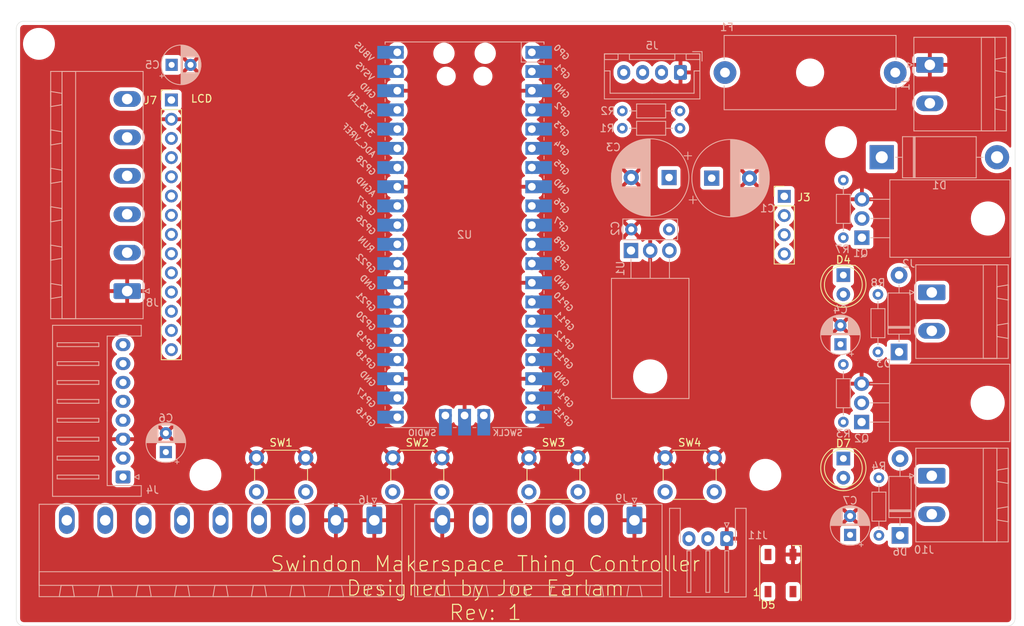
<source format=kicad_pcb>
(kicad_pcb (version 20211014) (generator pcbnew)
  (layers (0 "F.Cu" signal) (31 "B.Cu" signal) (34 "B.Paste" user) (35 "F.Paste" user) (36 "B.SilkS" user "B.Silkscreen") (37 "F.SilkS" user "F.Silkscreen") (38 "B.Mask" user) (39 "F.Mask" user) (44 "Edge.Cuts" user))
  (net 0 "")
  (net 1 "GND")
  (net 2 "+24V")
  (net 3 "+3V3")
  (net 4 "Net-(D1-Pad2)")
  (net 5 "Net-(D1-Pad1)")
  (net 6 "Net-(D3-Pad2)")
  (net 7 "Net-(D4-Pad2)")
  (net 8 "Net-(D5-Pad2)")
  (net 9 "/NEOPIXEL")
  (net 10 "/SDA")
  (net 11 "Net-(Q1-Pad1)")
  (net 12 "+5V")
  (net 13 "Net-(D6-Pad2)")
  (net 14 "/SCL")
  (net 15 "Net-(D7-Pad2)")
  (net 16 "/SPI_CS_SD")
  (net 17 "/SPI_TX")
  (net 18 "/SPI_RX")
  (net 19 "/SPI_CLK")
  (net 20 "/NFC_RST")
  (net 21 "/NFC_IRQ")
  (net 22 "/SPI_SCK")
  (net 23 "/SPI_CS_NFC")
  (net 24 "/D15")
  (net 25 "/D14")
  (net 26 "/ADC_1")
  (net 27 "/ADC_0")
  (net 28 "/SPI_CS_LCD")
  (net 29 "/LCD_RST")
  (net 30 "/LCD_DC{slash}RS")
  (net 31 "/LCD_BACKLIGHT")
  (net 32 "/SPI_CS_TCH")
  (net 33 "/TCH_IRQ")
  (net 34 "/BUT_3")
  (net 35 "/BUT_2")
  (net 36 "/BUT_1")
  (net 37 "/BUT_0")
  (net 38 "Net-(Q2-Pad1)")
  (net 39 "/COIL_1")
  (net 40 "/COIL_0")
  (net 42 "/ADC_2")
  (footprint "LED_THT:LED_D5.0mm" (layer "F.Cu") (at 170.307 61.59 -90)
    (fp_text reference "D4" (at -2.027 0 180) (layer "F.SilkS"))
    (fp_text value "RED")
    (pad "1" thru_hole rect (at 0 0 270) (size 1.8 1.8) (drill 0.9) (layers *.Cu *.Mask) (net 6 "Net-(D3-Pad2)"))
    (pad "2" thru_hole circle (at 2.54 0 270) (size 1.8 1.8) (drill 0.9) (layers *.Cu *.Mask) (net 7 "Net-(D4-Pad2)"))
  )
  (footprint "Button_Switch_THT:SW_PUSH_6mm_H7.3mm" (layer "F.Cu") (at 92.75 85.75)
    (fp_text reference "SW1" (at 3.25 -2) (layer "F.SilkS"))
    (fp_text value "6X6")
    (pad "1" thru_hole circle (at 0 0 90) (size 2 2) (drill 1.1) (layers *.Cu *.Mask) (net 1 "GND"))
    (pad "1" thru_hole circle (at 6.5 0 90) (size 2 2) (drill 1.1) (layers *.Cu *.Mask) (net 1 "GND"))
    (pad "2" thru_hole circle (at 6.5 4.5 90) (size 2 2) (drill 1.1) (layers *.Cu *.Mask) (net 37 "/BUT_0"))
    (pad "2" thru_hole circle (at 0 4.5 90) (size 2 2) (drill 1.1) (layers *.Cu *.Mask) (net 37 "/BUT_0"))
  )
  (footprint "LED_SMD:LED_WS2812B_PLCC4_5.0x5.0mm_P3.2mm" (layer "F.Cu") (at 162 101 90)
    (fp_text reference "D5" (at -4.191 -1.651 180) (layer "F.SilkS"))
    (fp_text value "WS2812B")
    (fp_text user "1" (at -2.54 -3.175 180) (layer "F.SilkS"))
    (pad "1" smd rect (at -2.45 -1.65 90) (size 1.5 0.9) (layers "F.Cu" "F.Paste" "F.Mask") (net 3 "+3V3"))
    (pad "2" smd rect (at -2.45 1.65 90) (size 1.5 0.9) (layers "F.Cu" "F.Paste" "F.Mask") (net 8 "Net-(D5-Pad2)"))
    (pad "3" smd rect (at 2.45 1.65 90) (size 1.5 0.9) (layers "F.Cu" "F.Paste" "F.Mask") (net 1 "GND"))
    (pad "4" smd rect (at 2.45 -1.65 90) (size 1.5 0.9) (layers "F.Cu" "F.Paste" "F.Mask") (net 9 "/NEOPIXEL"))
  )
  (footprint "LED_THT:LED_D5.0mm" (layer "F.Cu") (at 170.307 85.847 -90)
    (fp_text reference "D7" (at -2 0) (layer "F.SilkS"))
    (fp_text value "RED")
    (pad "1" thru_hole rect (at 0 0 270) (size 1.8 1.8) (drill 0.9) (layers *.Cu *.Mask) (net 13 "Net-(D6-Pad2)"))
    (pad "2" thru_hole circle (at 2.54 0 270) (size 1.8 1.8) (drill 0.9) (layers *.Cu *.Mask) (net 15 "Net-(D7-Pad2)"))
  )
  (footprint "MountingHole:MountingHole_3.2mm_M3" (layer "F.Cu") (at 170 44)
    (fp_text reference "H1" hide)
    (fp_text value "MountingHole")
    (pad "" np_thru_hole circle (at 0 0) (size 3.2 3.2) (drill 3.2) (layers *.Cu *.Mask))
  )
  (footprint "MountingHole:MountingHole_3.2mm_M3" (layer "F.Cu") (at 160 88)
    (fp_text reference "H3" hide)
    (fp_text value "MountingHole")
    (pad "" np_thru_hole circle (at 0 0) (size 3.2 3.2) (drill 3.2) (layers *.Cu *.Mask))
  )
  (footprint "MountingHole:MountingHole_3.2mm_M3" (layer "F.Cu") (at 86 88)
    (fp_text reference "H4" hide)
    (fp_text value "MountingHole")
    (pad "" np_thru_hole circle (at 0 0) (size 3.2 3.2) (drill 3.2) (layers *.Cu *.Mask))
  )
  (footprint "Button_Switch_THT:SW_PUSH_6mm_H7.3mm" (layer "F.Cu") (at 128.75 85.75)
    (fp_text reference "SW3" (at 3.25 -2) (layer "F.SilkS"))
    (fp_text value "6X6")
    (pad "1" thru_hole circle (at 0 0 90) (size 2 2) (drill 1.1) (layers *.Cu *.Mask) (net 1 "GND"))
    (pad "1" thru_hole circle (at 6.5 0 90) (size 2 2) (drill 1.1) (layers *.Cu *.Mask) (net 1 "GND"))
    (pad "2" thru_hole circle (at 0 4.5 90) (size 2 2) (drill 1.1) (layers *.Cu *.Mask) (net 35 "/BUT_2"))
    (pad "2" thru_hole circle (at 6.5 4.5 90) (size 2 2) (drill 1.1) (layers *.Cu *.Mask) (net 35 "/BUT_2"))
  )
  (footprint "MountingHole:MountingHole_3.2mm_M3" (layer "F.Cu") (at 64 31)
    (fp_text reference "H2" hide)
    (fp_text value "MountingHole")
    (pad "" np_thru_hole circle (at 0 0) (size 3.2 3.2) (drill 3.2) (layers *.Cu *.Mask))
  )
  (footprint "Connector_PinHeader_2.54mm:PinHeader_1x14_P2.54mm_Vertical" (layer "F.Cu") (at 81.5 38.43)
    (fp_text reference "J7" (at -2.76 0.051) (layer "F.SilkS"))
    (fp_text value "LCD")
    (pad "1" thru_hole rect locked (at 0 0) (size 1.7 1.7) (drill 1) (layers *.Cu *.Mask) (net 3 "+3V3"))
    (pad "2" thru_hole oval locked (at 0 2.54) (size 1.7 1.7) (drill 1) (layers *.Cu *.Mask) (net 1 "GND"))
    (pad "3" thru_hole oval locked (at 0 5.08) (size 1.7 1.7) (drill 1) (layers *.Cu *.Mask) (net 28 "/SPI_CS_LCD"))
    (pad "4" thru_hole oval locked (at 0 7.62) (size 1.7 1.7) (drill 1) (layers *.Cu *.Mask) (net 29 "/LCD_RST"))
    (pad "5" thru_hole oval locked (at 0 10.16) (size 1.7 1.7) (drill 1) (layers *.Cu *.Mask) (net 30 "/LCD_DC{slash}RS"))
    (pad "6" thru_hole oval locked (at 0 12.7) (size 1.7 1.7) (drill 1) (layers *.Cu *.Mask) (net 17 "/SPI_TX"))
    (pad "7" thru_hole oval locked (at 0 15.24) (size 1.7 1.7) (drill 1) (layers *.Cu *.Mask) (net 22 "/SPI_SCK"))
    (pad "8" thru_hole oval locked (at 0 17.78) (size 1.7 1.7) (drill 1) (layers *.Cu *.Mask) (net 31 "/LCD_BACKLIGHT"))
    (pad "9" thru_hole oval locked (at 0 20.32) (size 1.7 1.7) (drill 1) (layers *.Cu *.Mask) (net 18 "/SPI_RX"))
    (pad "10" thru_hole oval locked (at 0 22.86) (size 1.7 1.7) (drill 1) (layers *.Cu *.Mask) (net 22 "/SPI_SCK"))
    (pad "11" thru_hole oval locked (at 0 25.4) (size 1.7 1.7) (drill 1) (layers *.Cu *.Mask) (net 32 "/SPI_CS_TCH"))
    (pad "12" thru_hole oval locked (at 0 27.94) (size 1.7 1.7) (drill 1) (layers *.Cu *.Mask) (net 17 "/SPI_TX"))
    (pad "13" thru_hole oval locked (at 0 30.48) (size 1.7 1.7) (drill 1) (layers *.Cu *.Mask) (net 18 "/SPI_RX"))
    (pad "14" thru_hole oval locked (at 0 33.02) (size 1.7 1.7) (drill 1) (layers *.Cu *.Mask) (net 33 "/TCH_IRQ"))
  )
  (footprint "Button_Switch_THT:SW_PUSH_6mm_H7.3mm" (layer "F.Cu") (at 146.75 85.75)
    (fp_text reference "SW4" (at 3.25 -2) (layer "F.SilkS"))
    (fp_text value "6X6")
    (pad "1" thru_hole circle (at 6.5 0 90) (size 2 2) (drill 1.1) (layers *.Cu *.Mask) (net 1 "GND"))
    (pad "1" thru_hole circle (at 0 0 90) (size 2 2) (drill 1.1) (layers *.Cu *.Mask) (net 1 "GND"))
    (pad "2" thru_hole circle (at 6.5 4.5 90) (size 2 2) (drill 1.1) (layers *.Cu *.Mask) (net 34 "/BUT_3"))
    (pad "2" thru_hole circle (at 0 4.5 90) (size 2 2) (drill 1.1) (layers *.Cu *.Mask) (net 34 "/BUT_3"))
  )
  (footprint "Connector_PinHeader_2.54mm:PinHeader_1x04_P2.54mm_Vertical" (layer "F.Cu") (at 162.5 51.17)
    (fp_text reference "J3" (at 2.6 0.138) (layer "F.SilkS"))
    (fp_text value "SD")
    (pad "1" thru_hole rect locked (at 0 0) (size 1.7 1.7) (drill 1) (layers *.Cu *.Mask) (net 16 "/SPI_CS_SD"))
    (pad "2" thru_hole oval locked (at 0 2.54) (size 1.7 1.7) (drill 1) (layers *.Cu *.Mask) (net 17 "/SPI_TX"))
    (pad "3" thru_hole oval locked (at 0 5.08) (size 1.7 1.7) (drill 1) (layers *.Cu *.Mask) (net 18 "/SPI_RX"))
    (pad "4" thru_hole oval locked (at 0 7.62) (size 1.7 1.7) (drill 1) (layers *.Cu *.Mask) (net 19 "/SPI_CLK"))
  )
  (footprint "Button_Switch_THT:SW_PUSH_6mm_H7.3mm" (layer "F.Cu") (at 110.75 85.75)
    (fp_text reference "SW2" (at 3.25 -2) (layer "F.SilkS"))
    (fp_text value "6X6")
    (pad "1" thru_hole circle (at 0 0 90) (size 2 2) (drill 1.1) (layers *.Cu *.Mask) (net 1 "GND"))
    (pad "1" thru_hole circle (at 6.5 0 90) (size 2 2) (drill 1.1) (layers *.Cu *.Mask) (net 1 "GND"))
    (pad "2" thru_hole circle (at 6.5 4.5 90) (size 2 2) (drill 1.1) (layers *.Cu *.Mask) (net 36 "/BUT_1"))
    (pad "2" thru_hole circle (at 0 4.5 90) (size 2 2) (drill 1.1) (layers *.Cu *.Mask) (net 36 "/BUT_1"))
  )
  (footprint "Connector_Phoenix_MSTB:PhoenixContact_MSTBA_2,5_6-G-5,08_1x06_P5.08mm_Horizontal" (layer "B.Cu") (at 75.6595 63.7 90)
    (fp_text reference "J8" (at -1.53 3.3345 180) (layer "B.SilkS") (effects (justify mirror)))
    (fp_text value "Screw_Terminal_01x06")
    (pad "1" thru_hole roundrect (at 0 0 90) (size 2.08 3.6) (drill 1.4) (layers *.Cu *.Mask) (roundrect_rratio 0.120192) (net 1 "GND"))
    (pad "2" thru_hole oval (at 5.08 0 90) (size 2.08 3.6) (drill 1.4) (layers *.Cu *.Mask) (net 22 "/SPI_SCK"))
    (pad "3" thru_hole oval (at 10.16 0 90) (size 2.08 3.6) (drill 1.4) (layers *.Cu *.Mask) (net 18 "/SPI_RX"))
    (pad "4" thru_hole oval (at 15.24 0 90) (size 2.08 3.6) (drill 1.4) (layers *.Cu *.Mask) (net 17 "/SPI_TX"))
    (pad "5" thru_hole oval (at 20.32 0 90) (size 2.08 3.6) (drill 1.4) (layers *.Cu *.Mask) (net 25 "/D14"))
    (pad "6" thru_hole oval (at 25.4 0 90) (size 2.08 3.6) (drill 1.4) (layers *.Cu *.Mask) (net 3 "+3V3"))
  )
  (footprint "custom:RPi_Pico_SMD_TH" (layer "B.Cu") (at 120.25 56.25 180)
    (fp_text reference "U2" (at 0 0) (layer "B.SilkS") (effects (justify mirror)))
    (fp_text value "Pico")
    (fp_text user "3V3" (at 12.9 13.9 135) (layer "B.SilkS") (effects (font (size 0.8 0.8)) (justify mirror)))
    (fp_text user "GP17" (at 13.054 -21.59 135) (layer "B.SilkS") (effects (font (size 0.8 0.8)) (justify mirror)))
    (fp_text user "GP19" (at 13.054 -13.97 135) (layer "B.SilkS") (effects (font (size 0.8 0.8)) (justify mirror)))
    (fp_text user "GP20" (at 13.054 -11.43 135) (layer "B.SilkS") (effects (font (size 0.8 0.8)) (justify mirror)))
    (fp_text user "AGND" (at 13.054 6.35 135) (layer "B.SilkS") (effects (font (size 0.8 0.8)) (justify mirror)))
    (fp_text user "GP10" (at -13.054 -8.89 135) (layer "B.SilkS") (effects (font (size 0.8 0.8)) (justify mirror)))
    (fp_text user "GND" (at -12.8 -19.05 135) (layer "B.SilkS") (effects (font (size 0.8 0.8)) (justify mirror)))
    (fp_text user "GP14" (at -13.1 -21.59 135) (layer "B.SilkS") (effects (font (size 0.8 0.8)) (justify mirror)))
    (fp_text user "GP11" (at -13.2 -11.43 135) (layer "B.SilkS") (effects (font (size 0.8 0.8)) (justify mirror)))
    (fp_text user "GP28" (at 13.054 9.144 135) (layer "B.SilkS") (effects (font (size 0.8 0.8)) (justify mirror)))
    (fp_text user "GP21" (at 13.054 -8.9 135) (layer "B.SilkS") (effects (font (size 0.8 0.8)) (justify mirror)))
    (fp_text user "GP7" (at -12.7 1.3 135) (layer "B.SilkS") (effects (font (size 0.8 0.8)) (justify mirror)))
    (fp_text user "GP22" (at 13.054 -3.81 135) (layer "B.SilkS") (effects (font (size 0.8 0.8)) (justify mirror)))
    (fp_text user "VBUS" (at 13.3 24.2 135) (layer "B.SilkS") (effects (font (size 0.8 0.8)) (justify mirror)))
    (fp_text user "GND" (at -12.8 6.35 135) (layer "B.SilkS") (effects (font (size 0.8 0.8)) (justify mirror)))
    (fp_text user "GP9" (at -12.8 -3.81 135) (layer "B.SilkS") (effects (font (size 0.8 0.8)) (justify mirror)))
    (fp_text user "GP8" (at -12.8 -1.27 135) (layer "B.SilkS") (effects (font (size 0.8 0.8)) (justify mirror)))
    (fp_text user "VSYS" (at 13.2 21.59 135) (layer "B.SilkS") (effects (font (size 0.8 0.8)) (justify mirror)))
    (fp_text user "GP26" (at 13.054 1.27 135) (layer "B.SilkS") (effects (font (size 0.8 0.8)) (justify mirror)))
    (fp_text user "GP15" (at -13.054 -24.13 135) (layer "B.SilkS") (effects (font (size 0.8 0.8)) (justify mirror)))
    (fp_text user "GP5" (at -12.8 8.89 135) (layer "B.SilkS") (effects (font (size 0.8 0.8)) (justify mirror)))
    (fp_text user "GP4" (at -12.8 11.43 135) (layer "B.SilkS") (effects (font (size 0.8 0.8)) (justify mirror)))
    (fp_text user "GND" (at 12.8 -6.35 135) (layer "B.SilkS") (effects (font (size 0.8 0.8)) (justify mirror)))
    (fp_text user "GP27" (at 13.054 3.8 135) (layer "B.SilkS") (effects (font (size 0.8 0.8)) (justify mirror)))
    (fp_text user "GP13" (at -13.054 -16.51 135) (layer "B.SilkS") (effects (font (size 0.8 0.8)) (justify mirror)))
    (fp_text user "GP12" (at -13.2 -13.97 135) (layer "B.SilkS") (effects (font (size 0.8 0.8)) (justify mirror)))
    (fp_text user "SWDIO" (at 5.6 -26.2) (layer "B.SilkS") (effects (font (size 0.8 0.8)) (justify mirror)))
    (fp_text user "GND" (at 12.8 -19.05 135) (layer "B.SilkS") (effects (font (size 0.8 0.8)) (justify mirror)))
    (fp_text user "3V3_EN" (at 13.7 17.2 135) (layer "B.SilkS") (effects (font (size 0.8 0.8)) (justify mirror)))
    (fp_text user "GND" (at 12.8 19.05 135) (layer "B.SilkS") (effects (font (size 0.8 0.8)) (justify mirror)))
    (fp_text user "GND" (at -12.8 -6.35 135) (layer "B.SilkS") (effects (font (size 0.8 0.8)) (justify mirror)))
    (fp_text user "GP18" (at 13.054 -16.51 135) (layer "B.SilkS") (effects (font (size 0.8 0.8)) (justify mirror)))
    (fp_text user "GP16" (at 13.054 -24.13 135) (layer "B.SilkS") (effects (font (size 0.8 0.8)) (justify mirror)))
    (fp_text user "GP1" (at -12.9 21.6 135) (layer "B.SilkS") (effects (font (size 0.8 0.8)) (justify mirror)))
    (fp_text user "GP2" (at -12.9 16.51 135) (layer "B.SilkS") (effects (font (size 0.8 0.8)) (justify mirror)))
    (fp_text user "ADC_VREF" (at 14 12.5 135) (layer "B.SilkS") (effects (font (size 0.8 0.8)) (justify mirror)))
    (fp_text user "GP0" (at -12.8 24.13 135) (layer "B.SilkS") (effects (font (size 0.8 0.8)) (justify mirror)))
    (fp_text user "SWCLK" (at -5.7 -26.2) (layer "B.SilkS") (effects (font (size 0.8 0.8)) (justify mirror)))
    (fp_text user "GND" (at -12.8 19.05 135) (layer "B.SilkS") (effects (font (size 0.8 0.8)) (justify mirror)))
    (fp_text user "GP3" (at -12.8 13.97 135) (layer "B.SilkS") (effects (font (size 0.8 0.8)) (justify mirror)))
    (fp_text user "RUN" (at 13 -1.27 135) (layer "B.SilkS") (effects (font (size 0.8 0.8)) (justify mirror)))
    (fp_text user "GP6" (at -12.8 3.81 135) (layer "B.SilkS") (effects (font (size 0.8 0.8)) (justify mirror)))
    (pad "" np_thru_hole oval (at 2.725 24 180) (size 1.8 1.8) (drill 1.8) (layers *.Cu *.Mask))
    (pad "" np_thru_hole oval (at 2.425 20.97 180) (size 1.5 1.5) (drill 1.5) (layers *.Cu *.Mask))
    (pad "" np_thru_hole oval (at -2.425 20.97 180) (size 1.5 1.5) (drill 1.5) (layers *.Cu *.Mask))
    (pad "" np_thru_hole oval (at -2.725 24 180) (size 1.8 1.8) (drill 1.8) (layers *.Cu *.Mask))
    (pad "1" thru_hole oval (at -8.89 24.13 180) (size 1.7 1.7) (drill 1.02) (layers *.Cu *.Mask) (net 37 "/BUT_0"))
    (pad "1" smd rect (at -8.89 24.13 180) (size 3.5 1.7) (drill (offset -0.9 0)) (layers "B.Cu" "B.Mask") (net 37 "/BUT_0"))
    (pad "2" smd rect (at -8.89 21.59 180) (size 3.5 1.7) (drill (offset -0.9 0)) (layers "B.Cu" "B.Mask") (net 36 "/BUT_1"))
    (pad "2" thru_hole oval (at -8.89 21.59 180) (size 1.7 1.7) (drill 1.02) (layers *.Cu *.Mask) (net 36 "/BUT_1"))
    (pad "3" smd rect (at -8.89 19.05 180) (size 3.5 1.7) (drill (offset -0.9 0)) (layers "B.Cu" "B.Mask") (net 1 "GND"))
    (pad "3" thru_hole rect (at -8.89 19.05 180) (size 1.7 1.7) (drill 1.02) (layers *.Cu *.Mask) (net 1 "GND"))
    (pad "4" smd rect (at -8.89 16.51 180) (size 3.5 1.7) (drill (offset -0.9 0)) (layers "B.Cu" "B.Mask") (net 35 "/BUT_2"))
    (pad "4" thru_hole oval (at -8.89 16.51 180) (size 1.7 1.7) (drill 1.02) (layers *.Cu *.Mask) (net 35 "/BUT_2"))
    (pad "5" thru_hole oval (at -8.89 13.97 180) (size 1.7 1.7) (drill 1.02) (layers *.Cu *.Mask) (net 34 "/BUT_3"))
    (pad "5" smd rect (at -8.89 13.97 180) (size 3.5 1.7) (drill (offset -0.9 0)) (layers "B.Cu" "B.Mask") (net 34 "/BUT_3"))
    (pad "6" thru_hole oval (at -8.89 11.43 180) (size 1.7 1.7) (drill 1.02) (layers *.Cu *.Mask) (net 10 "/SDA"))
    (pad "6" smd rect (at -8.89 11.43 180) (size 3.5 1.7) (drill (offset -0.9 0)) (layers "B.Cu" "B.Mask") (net 10 "/SDA"))
    (pad "7" thru_hole oval (at -8.89 8.89 180) (size 1.7 1.7) (drill 1.02) (layers *.Cu *.Mask) (net 14 "/SCL"))
    (pad "7" smd rect (at -8.89 8.89 180) (size 3.5 1.7) (drill (offset -0.9 0)) (layers "B.Cu" "B.Mask") (net 14 "/SCL"))
    (pad "8" smd rect (at -8.89 6.35 180) (size 3.5 1.7) (drill (offset -0.9 0)) (layers "B.Cu" "B.Mask") (net 1 "GND"))
    (pad "8" thru_hole rect (at -8.89 6.35 180) (size 1.7 1.7) (drill 1.02) (layers *.Cu *.Mask) (net 1 "GND"))
    (pad "9" thru_hole oval (at -8.89 3.81 180) (size 1.7 1.7) (drill 1.02) (layers *.Cu *.Mask) (net 32 "/SPI_CS_TCH"))
    (pad "9" smd rect (at -8.89 3.81 180) (size 3.5 1.7) (drill (offset -0.9 0)) (layers "B.Cu" "B.Mask") (net 32 "/SPI_CS_TCH"))
    (pad "10" thru_hole oval (at -8.89 1.27 180) (size 1.7 1.7) (drill 1.02) (layers *.Cu *.Mask) (net 33 "/TCH_IRQ"))
    (pad "10" smd rect (at -8.89 1.27 180) (size 3.5 1.7) (drill (offset -0.9 0)) (layers "B.Cu" "B.Mask") (net 33 "/TCH_IRQ"))
    (pad "11" thru_hole oval (at -8.89 -1.27 180) (size 1.7 1.7) (drill 1.02) (layers *.Cu *.Mask) (net 29 "/LCD_RST"))
    (pad "11" smd rect (at -8.89 -1.27 180) (size 3.5 1.7) (drill (offset -0.9 0)) (layers "B.Cu" "B.Mask") (net 29 "/LCD_RST"))
    (pad "12" thru_hole oval (at -8.89 -3.81 180) (size 1.7 1.7) (drill 1.02) (layers *.Cu *.Mask) (net 30 "/LCD_DC{slash}RS"))
    (pad "12" smd rect (at -8.89 -3.81 180) (size 3.5 1.7) (drill (offset -0.9 0)) (layers "B.Cu" "B.Mask") (net 30 "/LCD_DC{slash}RS"))
    (pad "13" thru_hole rect (at -8.89 -6.35 180) (size 1.7 1.7) (drill 1.02) (layers *.Cu *.Mask) (net 1 "GND"))
    (pad "13" smd rect (at -8.89 -6.35 180) (size 3.5 1.7) (drill (offset -0.9 0)) (layers "B.Cu" "B.Mask") (net 1 "GND"))
    (pad "14" thru_hole oval (at -8.89 -8.89 180) (size 1.7 1.7) (drill 1.02) (layers *.Cu *.Mask) (net 31 "/LCD_BACKLIGHT"))
    (pad "14" smd rect (at -8.89 -8.89 180) (size 3.5 1.7) (drill (offset -0.9 0)) (layers "B.Cu" "B.Mask") (net 31 "/LCD_BACKLIGHT"))
    (pad "15" thru_hole oval (at -8.89 -11.43 180) (size 1.7 1.7) (drill 1.02) (layers *.Cu *.Mask) (net 21 "/NFC_IRQ"))
    (pad "15" smd rect (at -8.89 -11.43 180) (size 3.5 1.7) (drill (offset -0.9 0)) (layers "B.Cu" "B.Mask") (net 21 "/NFC_IRQ"))
    (pad "16" smd rect (at -8.89 -13.97 180) (size 3.5 1.7) (drill (offset -0.9 0)) (layers "B.Cu" "B.Mask") (net 40 "/COIL_0"))
    (pad "16" thru_hole oval (at -8.89 -13.97 180) (size 1.7 1.7) (drill 1.02) (layers *.Cu *.Mask) (net 40 "/COIL_0"))
    (pad "17" thru_hole oval (at -8.89 -16.51 180) (size 1.7 1.7) (drill 1.02) (layers *.Cu *.Mask) (net 39 "/COIL_1"))
    (pad "17" smd rect (at -8.89 -16.51 180) (size 3.5 1.7) (drill (offset -0.9 0)) (layers "B.Cu" "B.Mask") (net 39 "/COIL_1"))
    (pad "18" smd rect (at -8.89 -19.05 180) (size 3.5 1.7) (drill (offset -0.9 0)) (layers "B.Cu" "B.Mask") (net 1 "GND"))
    (pad "18" thru_hole rect (at -8.89 -19.05 180) (size 1.7 1.7) (drill 1.02) (layers *.Cu *.Mask) (net 1 "GND"))
    (pad "19" smd rect (at -8.89 -21.59 180) (size 3.5 1.7) (drill (offset -0.9 0)) (layers "B.Cu" "B.Mask") (net 25 "/D14"))
    (pad "19" thru_hole oval (at -8.89 -21.59 180) (size 1.7 1.7) (drill 1.02) (layers *.Cu *.Mask) (net 25 "/D14"))
    (pad "20" thru_hole oval (at -8.89 -24.13 180) (size 1.7 1.7) (drill 1.02) (layers *.Cu *.Mask) (net 24 "/D15"))
    (pad "20" smd rect (at -8.89 -24.13 180) (size 3.5 1.7) (drill (offset -0.9 0)) (layers "B.Cu" "B.Mask") (net 24 "/D15"))
    (pad "21" smd rect (at 8.89 -24.13 180) (size 3.5 1.7) (drill (offset 0.9 0)) (layers "B.Cu" "B.Mask") (net 18 "/SPI_RX"))
    (pad "21" thru_hole oval (at 8.89 -24.13 180) (size 1.7 1.7) (drill 1.02) (layers *.Cu *.Mask) (net 18 "/SPI_RX"))
    (pad "22" smd rect (at 8.89 -21.59 180) (size 3.5 1.7) (drill (offset 0.9 0)) (layers "B.Cu" "B.Mask") (net 28 "/SPI_CS_LCD"))
    (pad "22" thru_hole oval (at 8.89 -21.59 180) (size 1.7 1.7) (drill 1.02) (layers *.Cu *.Mask) (net 28 "/SPI_CS_LCD"))
    (pad "23" thru_hole rect (at 8.89 -19.05 180) (size 1.7 1.7) (drill 1.02) (layers *.Cu *.Mask) (net 1 "GND"))
    (pad "23" smd rect (at 8.89 -19.05 180) (size 3.5 1.7) (drill (offset 0.9 0)) (layers "B.Cu" "B.Mask") (net 1 "GND"))
    (pad "24" smd rect (at 8.89 -16.51 180) (size 3.5 1.7) (drill (offset 0.9 0)) (layers "B.Cu" "B.Mask") (net 22 "/SPI_SCK"))
    (pad "24" thru_hole oval (at 8.89 -16.51 180) (size 1.7 1.7) (drill 1.02) (layers *.Cu *.Mask) (net 22 "/SPI_SCK"))
    (pad "25" thru_hole oval (at 8.89 -13.97 180) (size 1.7 1.7) (drill 1.02) (layers *.Cu *.Mask) (net 17 "/SPI_TX"))
    (pad "25" smd rect (at 8.89 -13.97 180) (size 3.5 1.7) (drill (offset 0.9 0)) (layers "B.Cu" "B.Mask") (net 17 "/SPI_TX"))
    (pad "26" thru_hole oval (at 8.89 -11.43 180) (size 1.7 1.7) (drill 1.02) (layers *.Cu *.Mask) (net 20 "/NFC_RST"))
    (pad "26" smd rect (at 8.89 -11.43 180) (size 3.5 1.7) (drill (offset 0.9 0)) (layers "B.Cu" "B.Mask") (net 20 "/NFC_RST"))
    (pad "27" thru_hole oval (at 8.89 -8.89 180) (size 1.7 1.7) (drill 1.02) (layers *.Cu *.Mask) (net 23 "/SPI_CS_NFC"))
    (pad "27" smd rect (at 8.89 -8.89 180) (size 3.5 1.7) (drill (offset 0.9 0)) (layers "B.Cu" "B.Mask") (net 23 "/SPI_CS_NFC"))
    (pad "28" smd rect (at 8.89 -6.35 180) (size 3.5 1.7) (drill (offset 0.9 0)) (layers "B.Cu" "B.Mask") (net 1 "GND"))
    (pad "28" thru_hole rect (at 8.89 -6.35 180) (size 1.7 1.7) (drill 1.02) (layers *.Cu *.Mask) (net 1 "GND"))
    (pad "29" smd rect (at 8.89 -3.81 180) (size 3.5 1.7) (drill (offset 0.9 0)) (layers "B.Cu" "B.Mask") (net 9 "/NEOPIXEL"))
    (pad "29" thru_hole oval (at 8.89 -3.81 180) (size 1.7 1.7) (drill 1.02) (layers *.Cu *.Mask) (net 9 "/NEOPIXEL"))
    (pad "30" smd rect (at 8.89 -1.27 180) (size 3.5 1.7) (drill (offset 0.9 0)) (layers "B.Cu" "B.Mask"))
    (pad "30" thru_hole oval (at 8.89 -1.27 180) (size 1.7 1.7) (drill 1.02) (layers *.Cu *.Mask))
    (pad "31" smd rect (at 8.89 1.27 180) (size 3.5 1.7) (drill (offset 0.9 0)) (layers "B.Cu" "B.Mask") (net 27 "/ADC_0"))
    (pad "31" thru_hole oval (at 8.89 1.27 180) (size 1.7 1.7) (drill 1.02) (layers *.Cu *.Mask) (net 27 "/ADC_0"))
    (pad "32" thru_hole oval (at 8.89 3.81 180) (size 1.7 1.7) (drill 1.02) (layers *.Cu *.Mask) (net 26 "/ADC_1"))
    (pad "32" smd rect (at 8.89 3.81 180) (size 3.5 1.7) (drill (offset 0.9 0)) (layers "B.Cu" "B.Mask") (net 26 "/ADC_1"))
    (pad "33" thru_hole rect (at 8.89 6.35 180) (size 1.7 1.7) (drill 1.02) (layers *.Cu *.Mask) (net 1 "GND"))
    (pad "33" smd rect (at 8.89 6.35 180) (size 3.5 1.7) (drill (offset 0.9 0)) (layers "B.Cu" "B.Mask") (net 1 "GND"))
    (pad "34" smd rect (at 8.89 8.89 180) (size 3.5 1.7) (drill (offset 0.9 0)) (layers "B.Cu" "B.Mask") (net 42 "/ADC_2"))
    (pad "34" thru_hole oval (at 8.89 8.89 180) (size 1.7 1.7) (drill 1.02) (layers *.Cu *.Mask) (net 42 "/ADC_2"))
    (pad "35" smd rect (at 8.89 11.43 180) (size 3.5 1.7) (drill (offset 0.9 0)) (layers "B.Cu" "B.Mask"))
    (pad "35" thru_hole oval (at 8.89 11.43 180) (size 1.7 1.7) (drill 1.02) (layers *.Cu *.Mask))
    (pad "36" thru_hole oval (at 8.89 13.97 180) (size 1.7 1.7) (drill 1.02) (layers *.Cu *.Mask) (net 3 "+3V3"))
    (pad "36" smd rect (at 8.89 13.97 180) (size 3.5 1.7) (drill (offset 0.9 0)) (layers "B.Cu" "B.Mask") (net 3 "+3V3"))
    (pad "37" thru_hole oval (at 8.89 16.51 180) (size 1.7 1.7) (drill 1.02) (layers *.Cu *.Mask))
    (pad "37" smd rect (at 8.89 16.51 180) (size 3.5 1.7) (drill (offset 0.9 0)) (layers "B.Cu" "B.Mask"))
    (pad "38" thru_hole rect (at 8.89 19.05 180) (size 1.7 1.7) (drill 1.02) (layers *.Cu *.Mask) (net 1 "GND"))
    (pad "38" smd rect (at 8.89 19.05 180) (size 3.5 1.7) (drill (offset 0.9 0)) (layers "B.Cu" "B.Mask") (net 1 "GND"))
    (pad "39" smd rect (at 8.89 21.59 180) (size 3.5 1.7) (drill (offset 0.9 0)) (layers "B.Cu" "B.Mask"))
    (pad "39" thru_hole oval (at 8.89 21.59 180) (size 1.7 1.7) (drill 1.02) (layers *.Cu *.Mask))
    (pad "40" smd rect (at 8.89 24.13 180) (size 3.5 1.7) (drill (offset 0.9 0)) (layers "B.Cu" "B.Mask") (net 12 "+5V"))
    (pad "40" thru_hole oval (at 8.89 24.13 180) (size 1.7 1.7) (drill 1.02) (layers *.Cu *.Mask) (net 12 "+5V"))
    (pad "41" smd rect (at -2.54 -23.9 90) (size 3.5 1.7) (drill (offset -0.9 0)) (layers "B.Cu" "B.Mask"))
    (pad "41" thru_hole oval (at -2.54 -23.9 180) (size 1.7 1.7) (drill 1.02) (layers *.Cu *.Mask))
    (pad "42" smd rect (at 0 -23.9 90) (size 3.5 1.7) (drill (offset -0.9 0)) (layers "B.Cu" "B.Mask") (net 1 "GND"))
    (pad "42" thru_hole rect (at 0 -23.9 180) (size 1.7 1.7) (drill 1.02) (layers *.Cu *.Mask) (net 1 "GND"))
    (pad "43" smd rect (at 2.54 -23.9 90) (size 3.5 1.7) (drill (offset -0.9 0)) (layers "B.Cu" "B.Mask"))
    (pad "43" thru_hole oval (at 2.54 -23.9 180) (size 1.7 1.7) (drill 1.02) (layers *.Cu *.Mask))
  )
  (footprint "Connector_Phoenix_MSTB:PhoenixContact_MSTBA_2,5_2-G-5,08_1x02_P5.08mm_Horizontal" (layer "B.Cu") (at 181.991 88.138 -90)
    (fp_text reference "J10" (at 9.779 1.016 180) (layer "B.SilkS") (effects (justify mirror)))
    (fp_text value "MSTBAish")
    (pad "1" thru_hole roundrect (at 0 0 270) (size 2.08 3.6) (drill 1.4) (layers *.Cu *.Mask) (roundrect_rratio 0.120192) (net 13 "Net-(D6-Pad2)"))
    (pad "2" thru_hole oval (at 5.08 0 270) (size 2.08 3.6) (drill 1.4) (layers *.Cu *.Mask) (net 2 "+24V"))
  )
  (footprint "Resistor_THT:R_Axial_DIN0204_L3.6mm_D1.6mm_P7.62mm_Horizontal" (layer "B.Cu") (at 175.006 88.397 -90)
    (fp_text reference "R4" (at -1.524 0 180) (layer "B.SilkS") (effects (justify mirror)))
    (fp_text value "1K")
    (pad "1" thru_hole circle (at 0 0 270) (size 1.4 1.4) (drill 0.7) (layers *.Cu *.Mask) (net 15 "Net-(D7-Pad2)"))
    (pad "2" thru_hole oval (at 7.62 0 270) (size 1.4 1.4) (drill 0.7) (layers *.Cu *.Mask) (net 2 "+24V"))
  )
  (footprint "Capacitor_THT:CP_Radial_D10.0mm_P5.00mm" (layer "B.Cu") (at 147.274677 48.682 180)
    (fp_text reference "C3" (at 7.367677 4) (layer "B.SilkS") (effects (justify mirror)))
    (fp_text value "270u")
    (pad "1" thru_hole rect (at 0 0 180) (size 2 2) (drill 1) (layers *.Cu *.Mask) (net 12 "+5V"))
    (pad "2" thru_hole circle (at 5 0 180) (size 2 2) (drill 1) (layers *.Cu *.Mask) (net 1 "GND"))
  )
  (footprint "Resistor_THT:R_Axial_DIN0204_L3.6mm_D1.6mm_P7.62mm_Horizontal" (layer "B.Cu") (at 148.717 39.878 180)
    (fp_text reference "R2" (at 9.525 0) (layer "B.SilkS") (effects (justify mirror)))
    (fp_text value "10K")
    (pad "1" thru_hole circle (at 0 0 180) (size 1.4 1.4) (drill 0.7) (layers *.Cu *.Mask) (net 14 "/SCL"))
    (pad "2" thru_hole oval (at 7.62 0 180) (size 1.4 1.4) (drill 0.7) (layers *.Cu *.Mask) (net 3 "+3V3"))
  )
  (footprint "Diode_THT:D_DO-41_SOD81_P10.16mm_Horizontal" (layer "B.Cu") (at 177.8 96.017 90)
    (fp_text reference "D6" (at -2.154 0 180) (layer "B.SilkS") (effects (justify mirror)))
    (fp_text value "1N4001")
    (pad "1" thru_hole rect (at 0 0 90) (size 2.2 2.2) (drill 1.1) (layers *.Cu *.Mask) (net 2 "+24V"))
    (pad "2" thru_hole oval (at 10.16 0 90) (size 2.2 2.2) (drill 1.1) (layers *.Cu *.Mask) (net 13 "Net-(D6-Pad2)"))
  )
  (footprint "Diode_THT:D_DO-201AD_P15.24mm_Horizontal" (layer "B.Cu") (at 175.38 46)
    (fp_text reference "D1" (at 7.62 3.72) (layer "B.SilkS") (effects (justify mirror)))
    (fp_text value "1N5401")
    (pad "1" thru_hole rect (at 0 0) (size 3.2 3.2) (drill 1.6) (layers *.Cu *.Mask) (net 5 "Net-(D1-Pad1)"))
    (pad "2" thru_hole oval (at 15.24 0) (size 3.2 3.2) (drill 1.6) (layers *.Cu *.Mask) (net 4 "Net-(D1-Pad2)"))
  )
  (footprint "Capacitor_THT:C_Disc_D7.0mm_W2.5mm_P5.00mm" (layer "B.Cu") (at 147.28 55.54 180)
    (fp_text reference "C2" (at 7.112 0.127 90) (layer "B.SilkS") (effects (justify mirror)))
    (fp_text value "10n")
    (pad "1" thru_hole circle (at 0 0 180) (size 1.6 1.6) (drill 0.8) (layers *.Cu *.Mask) (net 12 "+5V"))
    (pad "2" thru_hole circle (at 5 0 180) (size 1.6 1.6) (drill 0.8) (layers *.Cu *.Mask) (net 1 "GND"))
  )
  (footprint "Connector_JST:JST_XH_B4B-XH-A_1x04_P2.50mm_Vertical" (layer "B.Cu") (at 148.784 34.781 180)
    (fp_text reference "J5" (at 3.75 3.55) (layer "B.SilkS") (effects (justify mirror)))
    (fp_text value "Conn_01x04_Male")
    (pad "1" thru_hole roundrect (at 0 0 180) (size 1.7 1.95) (drill 0.95) (layers *.Cu *.Mask) (roundrect_rratio 0.147059) (net 1 "GND"))
    (pad "2" thru_hole oval (at 2.5 0 180) (size 1.7 1.95) (drill 0.95) (layers *.Cu *.Mask) (net 14 "/SCL"))
    (pad "3" thru_hole oval (at 5 0 180) (size 1.7 1.95) (drill 0.95) (layers *.Cu *.Mask) (net 10 "/SDA"))
    (pad "4" thru_hole oval (at 7.5 0 180) (size 1.7 1.95) (drill 0.95) (layers *.Cu *.Mask) (net 3 "+3V3"))
  )
  (footprint "Connector_Phoenix_MSTB:PhoenixContact_MSTBA_2,5_2-G-5,08_1x02_P5.08mm_Horizontal" (layer "B.Cu") (at 181.991 63.881 -90)
    (fp_text reference "J2" (at -3.81 3.048 180) (layer "B.SilkS") (effects (justify mirror)))
    (fp_text value "MSTBAish")
    (pad "1" thru_hole roundrect (at 0 0 270) (size 2.08 3.6) (drill 1.4) (layers *.Cu *.Mask) (roundrect_rratio 0.120192) (net 6 "Net-(D3-Pad2)"))
    (pad "2" thru_hole oval (at 5.08 0 270) (size 2.08 3.6) (drill 1.4) (layers *.Cu *.Mask) (net 2 "+24V"))
  )
  (footprint "Resistor_THT:R_Axial_DIN0204_L3.6mm_D1.6mm_P7.62mm_Horizontal" (layer "B.Cu") (at 148.717 42.164 180)
    (fp_text reference "R1" (at 9.652 0) (layer "B.SilkS") (effects (justify mirror)))
    (fp_text value "10K")
    (pad "1" thru_hole circle (at 0 0 180) (size 1.4 1.4) (drill 0.7) (layers *.Cu *.Mask) (net 10 "/SDA"))
    (pad "2" thru_hole oval (at 7.62 0 180) (size 1.4 1.4) (drill 0.7) (layers *.Cu *.Mask) (net 3 "+3V3"))
  )
  (footprint "Fuse:Fuseholder_Cylinder-5x20mm_Schurter_0031_8201_Horizontal_Open" (layer "B.Cu") (at 154.665 34.798)
    (fp_text reference "F1" (at 0.25 -6) (layer "B.SilkS") (effects (justify mirror)))
    (fp_text value "2AT")
    (pad "" np_thru_hole circle (at 11.25 0) (size 2.7 2.7) (drill 2.7) (layers *.Cu *.Mask))
    (pad "1" thru_hole circle (at 0 0) (size 3 3) (drill 1.3) (layers *.Cu *.Mask) (net 2 "+24V"))
    (pad "2" thru_hole circle (at 22.5 0) (size 3 3) (drill 1.3) (layers *.Cu *.Mask) (net 5 "Net-(D1-Pad1)"))
  )
  (footprint "Resistor_THT:R_Axial_DIN0204_L3.6mm_D1.6mm_P7.62mm_Horizontal" (layer "B.Cu") (at 170.307 81.026 90)
    (fp_text reference "R3" (at -1.524 0 180) (layer "B.SilkS") (effects (justify mirror)))
    (fp_text value "1K")
    (pad "1" thru_hole circle (at 0 0 90) (size 1.4 1.4) (drill 0.7) (layers *.Cu *.Mask) (net 38 "Net-(Q2-Pad1)"))
    (pad "2" thru_hole oval (at 7.62 0 90) (size 1.4 1.4) (drill 0.7) (layers *.Cu *.Mask) (net 39 "/COIL_1"))
  )
  (footprint "Diode_THT:D_DO-41_SOD81_P10.16mm_Horizontal" (layer "B.Cu") (at 177.673 71.755 90)
    (fp_text reference "D3" (at -1.524 -2.032 180) (layer "B.SilkS") (effects (justify mirror)))
    (fp_text value "1N4001")
    (pad "1" thru_hole rect (at 0 0 90) (size 2.2 2.2) (drill 1.1) (layers *.Cu *.Mask) (net 2 "+24V"))
    (pad "2" thru_hole oval (at 10.16 0 90) (size 2.2 2.2) (drill 1.1) (layers *.Cu *.Mask) (net 6 "Net-(D3-Pad2)"))
  )
  (footprint "Connector_Phoenix_MSTB:PhoenixContact_MSTBA_2,5_2-G-5,08_1x02_P5.08mm_Horizontal" (layer "B.Cu") (at 181.737 33.782 -90)
    (fp_text reference "J1" (at 2.54 3.2 90) (layer "B.SilkS") (effects (justify mirror)))
    (fp_text value "MSTBAish")
    (pad "1" thru_hole roundrect (at 0 0 270) (size 2.08 3.6) (drill 1.4) (layers *.Cu *.Mask) (roundrect_rratio 0.120192) (net 1 "GND"))
    (pad "2" thru_hole oval (at 5.08 0 270) (size 2.08 3.6) (drill 1.4) (layers *.Cu *.Mask) (net 4 "Net-(D1-Pad2)"))
  )
  (footprint "Connector_Phoenix_MSTB:PhoenixContact_MSTBA_2,5_6-G-5,08_1x06_P5.08mm_Horizontal" (layer "B.Cu") (at 142.7 94.0125 180)
    (fp_text reference "J9" (at 1.7 2.91) (layer "B.SilkS") (effects (justify mirror)))
    (fp_text value "Screw_Terminal_01x06")
    (pad "1" thru_hole roundrect (at 0 0 180) (size 2.08 3.6) (drill 1.4) (layers *.Cu *.Mask) (roundrect_rratio 0.120192) (net 1 "GND"))
    (pad "2" thru_hole oval (at 5.08 0 180) (size 2.08 3.6) (drill 1.4) (layers *.Cu *.Mask) (net 34 "/BUT_3"))
    (pad "3" thru_hole oval (at 10.16 0 180) (size 2.08 3.6) (drill 1.4) (layers *.Cu *.Mask) (net 35 "/BUT_2"))
    (pad "4" thru_hole oval (at 15.24 0 180) (size 2.08 3.6) (drill 1.4) (layers *.Cu *.Mask) (net 36 "/BUT_1"))
    (pad "5" thru_hole oval (at 20.32 0 180) (size 2.08 3.6) (drill 1.4) (layers *.Cu *.Mask) (net 37 "/BUT_0"))
    (pad "6" thru_hole oval (at 25.4 0 180) (size 2.08 3.6) (drill 1.4) (layers *.Cu *.Mask) (net 1 "GND"))
  )
  (footprint "Resistor_THT:R_Axial_DIN0204_L3.6mm_D1.6mm_P7.62mm_Horizontal" (layer "B.Cu") (at 170.307 56.642 90)
    (fp_text reference "R7" (at -1.524 -0.127 180) (layer "B.SilkS") (effects (justify mirror)))
    (fp_text value "1K")
    (pad "1" thru_hole circle (at 0 0 90) (size 1.4 1.4) (drill 0.7) (layers *.Cu *.Mask) (net 11 "Net-(Q1-Pad1)"))
    (pad "2" thru_hole oval (at 7.62 0 90) (size 1.4 1.4) (drill 0.7) (layers *.Cu *.Mask) (net 40 "/COIL_0"))
  )
  (footprint "Capacitor_THT:CP_Radial_D10.0mm_P5.00mm" (layer "B.Cu") (at 152.908 48.768)
    (fp_text reference "C1" (at 7.367677 4) (layer "B.SilkS") (effects (justify mirror)))
    (fp_text value "270u")
    (pad "1" thru_hole rect (at 0 0) (size 2 2) (drill 1) (layers *.Cu *.Mask) (net 2 "+24V"))
    (pad "2" thru_hole circle (at 5 0) (size 2 2) (drill 1) (layers *.Cu *.Mask) (net 1 "GND"))
  )
  (footprint "Package_TO_SOT_THT:TO-220-3_Horizontal_TabDown" (layer "B.Cu") (at 142.24 58.334)
    (fp_text reference "U1" (at -1.397 2.372 90) (layer "B.SilkS") (effects (justify mirror)))
    (fp_text value "L7805")
    (pad "" np_thru_hole oval (at 2.54 16.66) (size 3.5 3.5) (drill 3.5) (layers *.Cu *.Mask))
    (pad "1" thru_hole rect (at 0 0) (size 1.905 2) (drill 1.1) (layers *.Cu *.Mask) (net 2 "+24V"))
    (pad "2" thru_hole oval (at 2.54 0) (size 1.905 2) (drill 1.1) (layers *.Cu *.Mask) (net 1 "GND"))
    (pad "3" thru_hole oval (at 5.08 0) (size 1.905 2) (drill 1.1) (layers *.Cu *.Mask) (net 12 "+5V"))
  )
  (footprint "Connector_JST:JST_XH_S3B-XH-A-1_1x03_P2.50mm_Horizontal" (layer "B.Cu") (at 154.9 96.448 180)
    (fp_text reference "J11" (at -4.1 0.448) (layer "B.SilkS") (effects (justify mirror)))
    (fp_text value "Neopixels")
    (pad "1" thru_hole roundrect (at 0 0 180) (size 1.7 1.95) (drill 0.95) (layers *.Cu *.Mask) (roundrect_rratio 0.147059) (net 1 "GND"))
    (pad "2" thru_hole oval (at 2.5 0 180) (size 1.7 1.95) (drill 0.95) (layers *.Cu *.Mask) (net 8 "Net-(D5-Pad2)"))
    (pad "3" thru_hole oval (at 5 0 180) (size 1.7 1.95) (drill 0.95) (layers *.Cu *.Mask) (net 3 "+3V3"))
  )
  (footprint "Package_TO_SOT_THT:TO-220-3_Horizontal_TabDown" (layer "B.Cu") (at 172.761 56.642 90)
    (fp_text reference "Q1" (at -2.032 -0.168 180) (layer "B.SilkS") (effects (justify mirror)))
    (fp_text value "TIP120")
    (pad "" np_thru_hole oval (at 2.54 16.66 90) (size 3.5 3.5) (drill 3.5) (layers *.Cu *.Mask))
    (pad "1" thru_hole rect (at 0 0 90) (size 1.905 2) (drill 1.1) (layers *.Cu *.Mask) (net 11 "Net-(Q1-Pad1)"))
    (pad "2" thru_hole oval (at 2.54 0 90) (size 1.905 2) (drill 1.1) (layers *.Cu *.Mask) (net 6 "Net-(D3-Pad2)"))
    (pad "3" thru_hole oval (at 5.08 0 90) (size 1.905 2) (drill 1.1) (layers *.Cu *.Mask) (net 1 "GND"))
  )
  (footprint "Connector_Phoenix_MSTB:PhoenixContact_MSTBA_2,5_9-G-5,08_1x09_P5.08mm_Horizontal" (layer "B.Cu") (at 108.32 94.0125 180)
    (fp_text reference "J6" (at 1.259 2.6995) (layer "B.SilkS") (effects (justify mirror)))
    (fp_text value "Screw_Terminal_01x09")
    (pad "1" thru_hole roundrect (at 0 0 180) (size 2.08 3.6) (drill 1.4) (layers *.Cu *.Mask) (roundrect_rratio 0.120192) (net 1 "GND"))
    (pad "2" thru_hole oval (at 5.08 0 180) (size 2.08 3.6) (drill 1.4) (layers *.Cu *.Mask) (net 1 "GND"))
    (pad "3" thru_hole oval (at 10.16 0 180) (size 2.08 3.6) (drill 1.4) (layers *.Cu *.Mask) (net 24 "/D15"))
    (pad "4" thru_hole oval (at 15.24 0 180) (size 2.08 3.6) (drill 1.4) (layers *.Cu *.Mask) (net 25 "/D14"))
    (pad "5" thru_hole oval (at 20.32 0 180) (size 2.08 3.6) (drill 1.4) (layers *.Cu *.Mask) (net 26 "/ADC_1"))
    (pad "6" thru_hole oval (at 25.4 0 180) (size 2.08 3.6) (drill 1.4) (layers *.Cu *.Mask) (net 26 "/ADC_1"))
    (pad "7" thru_hole oval (at 30.48 0 180) (size 2.08 3.6) (drill 1.4) (layers *.Cu *.Mask) (net 27 "/ADC_0"))
    (pad "8" thru_hole oval (at 35.56 0 180) (size 2.08 3.6) (drill 1.4) (layers *.Cu *.Mask) (net 3 "+3V3"))
    (pad "9" thru_hole oval (at 40.64 0 180) (size 2.08 3.6) (drill 1.4) (layers *.Cu *.Mask) (net 12 "+5V"))
  )
  (footprint "Package_TO_SOT_THT:TO-220-3_Horizontal_TabDown" (layer "B.Cu") (at 172.72 81.026 90)
    (fp_text reference "Q2" (at -2.159 0 180) (layer "B.SilkS") (effects (justify mirror)))
    (fp_text value "TIP120")
    (pad "" np_thru_hole oval (at 2.54 16.66 90) (size 3.5 3.5) (drill 3.5) (layers *.Cu *.Mask))
    (pad "1" thru_hole rect (at 0 0 90) (size 1.905 2) (drill 1.1) (layers *.Cu *.Mask) (net 38 "Net-(Q2-Pad1)"))
    (pad "2" thru_hole oval (at 2.54 0 90) (size 1.905 2) (drill 1.1) (layers *.Cu *.Mask) (net 13 "Net-(D6-Pad2)"))
    (pad "3" thru_hole oval (at 5.08 0 90) (size 1.905 2) (drill 1.1) (layers *.Cu *.Mask) (net 1 "GND"))
  )
  (footprint "Capacitor_THT:CP_Radial_D5.0mm_P2.50mm" (layer "B.Cu") (at 81.534 33.782)
    (fp_text reference "C5" (at -2.54 0) (layer "B.SilkS") (effects (justify mirror)))
    (fp_text value "10u")
    (pad "1" thru_hole rect (at 0 0) (size 1.6 1.6) (drill 0.8) (layers *.Cu *.Mask) (net 3 "+3V3"))
    (pad "2" thru_hole circle (at 2.5 0) (size 1.6 1.6) (drill 0.8) (layers *.Cu *.Mask) (net 1 "GND"))
  )
  (footprint "Connector_JST:JST_XH_S8B-XH-A_1x08_P2.50mm_Horizontal" (layer "B.Cu") (at 75.1095 88.29 90)
    (fp_text reference "J4" (at -1.71 3.8905 180) (layer "B.SilkS") (effects (justify mirror)))
    (fp_text value "MFRC522")
    (pad "1" thru_hole roundrect (at 0 0 90) (size 1.7 1.95) (drill 0.95) (layers *.Cu *.Mask) (roundrect_rratio 0.147059) (net 3 "+3V3"))
    (pad "2" thru_hole oval (at 2.5 0 90) (size 1.7 1.95) (drill 0.95) (layers *.Cu *.Mask) (net 20 "/NFC_RST"))
    (pad "3" thru_hole oval (at 5 0 90) (size 1.7 1.95) (drill 0.95) (layers *.Cu *.Mask) (net 1 "GND"))
    (pad "4" thru_hole oval (at 7.5 0 90) (size 1.7 1.95) (drill 0.95) (layers *.Cu *.Mask) (net 21 "/NFC_IRQ"))
    (pad "5" thru_hole oval (at 10 0 90) (size 1.7 1.95) (drill 0.95) (layers *.Cu *.Mask) (net 18 "/SPI_RX"))
    (pad "6" thru_hole oval (at 12.5 0 90) (size 1.7 1.95) (drill 0.95) (layers *.Cu *.Mask) (net 17 "/SPI_TX"))
    (pad "7" thru_hole oval (at 15 0 90) (size 1.7 1.95) (drill 0.95) (layers *.Cu *.Mask) (net 22 "/SPI_SCK"))
    (pad "8" thru_hole oval (at 17.5 0 90) (size 1.7 1.95) (drill 0.95) (layers *.Cu *.Mask) (net 23 "/SPI_CS_NFC"))
  )
  (footprint "Capacitor_THT:CP_Radial_D5.0mm_P2.50mm" (layer "B.Cu") (at 80.772 85 90)
    (fp_text reference "C6" (at 4.507113 0) (layer "B.SilkS") (effects (justify mirror)))
    (fp_text value "10u")
    (pad "1" thru_hole rect (at 0 0 90) (size 1.6 1.6) (drill 0.8) (layers *.Cu *.Mask) (net 3 "+3V3"))
    (pad "2" thru_hole circle (at 2.5 0 90) (size 1.6 1.6) (drill 0.8) (layers *.Cu *.Mask) (net 1 "GND"))
  )
  (footprint "Resistor_THT:R_Axial_DIN0204_L3.6mm_D1.6mm_P7.62mm_Horizontal" (layer "B.Cu") (at 174.879 64.135 -90)
    (fp_text reference "R8" (at -1.524 0 180) (layer "B.SilkS") (effects (justify mirror)))
    (fp_text value "1K")
    (pad "1" thru_hole circle (at 0 0 270) (size 1.4 1.4) (drill 0.7) (layers *.Cu *.Mask) (net 7 "Net-(D4-Pad2)"))
    (pad "2" thru_hole oval (at 7.62 0 270) (size 1.4 1.4) (drill 0.7) (layers *.Cu *.Mask) (net 2 "+24V"))
  )
  (footprint "Capacitor_THT:CP_Radial_D5.0mm_P2.50mm" (layer "B.Cu") (at 169.926 70.734 90)
    (fp_text reference "C4" (at 4.572 0 180) (layer "B.SilkS") (effects (justify mirror)))
    (fp_text value "10u")
    (pad "1" thru_hole rect (at 0 0 90) (size 1.6 1.6) (drill 0.8) (layers *.Cu *.Mask) (net 2 "+24V"))
    (pad "2" thru_hole circle (at 2.5 0 90) (size 1.6 1.6) (drill 0.8) (layers *.Cu *.Mask) (net 1 "GND"))
  )
  (footprint "Capacitor_THT:CP_Radial_D5.0mm_P2.50mm" (layer "B.Cu") (at 171.196 95.952112 90)
    (fp_text reference "C7" (at 4.532 0) (layer "B.SilkS") (effects (justify mirror)))
    (fp_text value "10u")
    (pad "1" thru_hole rect (at 0 0 90) (size 1.6 1.6) (drill 0.8) (layers *.Cu *.Mask) (net 2 "+24V"))
    (pad "2" thru_hole circle (at 2.5 0 90) (size 1.6 1.6) (drill 0.8) (layers *.Cu *.Mask) (net 1 "GND"))
  )
  (gr_line (start 61 107) (end 61 29) (layer "Edge.Cuts") (width 0.05))
  (gr_arc (start 193 107) (mid 192.707107 107.707107) (end 192 108) (layer "Edge.Cuts") (width 0.05))
  (gr_arc (start 192 28) (mid 192.707107 28.292893) (end 193 29) (layer "Edge.Cuts") (width 0.05))
  (gr_line (start 62 28) (end 192 28) (layer "Edge.Cuts") (width 0.05))
  (gr_arc (start 61 29) (mid 61.292893 28.292893) (end 62 28) (layer "Edge.Cuts") (width 0.05))
  (gr_arc (start 62 108) (mid 61.292893 107.707107) (end 61 107) (layer "Edge.Cuts") (width 0.05))
  (gr_line (start 193 29) (end 193 107) (layer "Edge.Cuts") (width 0.05))
  (gr_line (start 192 108) (end 62 108) (layer "Edge.Cuts") (width 0.05))
  (gr_text "Swindon Makerspace Thing Controller\nDesigned by Joe Earlam\nRev: 1" (at 123 103) (layer "F.SilkS") (effects (font (size 2 2))))
  (gr_text "LCD" (at 85.5 38.25) (layer "F.SilkS") (effects (font (size 1 1))))
  (zone (net 1) (net_name "GND") (layer "F.Cu") (name "GND") (connect_pads (clearance 0.508)) (min_thickness 0.254) (fill yes (thermal_gap 0.508) (thermal_bridge_width 0.508))
    (polygon (pts (xy 193 108) (xy 61 108) (xy 61 28) (xy 193 28)))
  )
)
</source>
